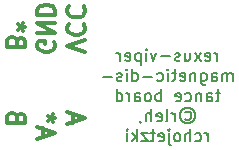
<source format=gbo>
G04 #@! TF.FileFunction,Legend,Bot*
%FSLAX46Y46*%
G04 Gerber Fmt 4.6, Leading zero omitted, Abs format (unit mm)*
G04 Created by KiCad (PCBNEW 4.0.6) date Fri Jul 21 15:48:13 2017*
%MOMM*%
%LPD*%
G01*
G04 APERTURE LIST*
%ADD10C,0.100000*%
%ADD11C,0.300000*%
%ADD12C,0.200000*%
G04 APERTURE END LIST*
D10*
D11*
X62345000Y-46227857D02*
X62416429Y-46370714D01*
X62416429Y-46585000D01*
X62345000Y-46799285D01*
X62202143Y-46942143D01*
X62059286Y-47013571D01*
X61773571Y-47085000D01*
X61559286Y-47085000D01*
X61273571Y-47013571D01*
X61130714Y-46942143D01*
X60987857Y-46799285D01*
X60916429Y-46585000D01*
X60916429Y-46442143D01*
X60987857Y-46227857D01*
X61059286Y-46156428D01*
X61559286Y-46156428D01*
X61559286Y-46442143D01*
X60916429Y-45513571D02*
X62416429Y-45513571D01*
X60916429Y-44656428D01*
X62416429Y-44656428D01*
X60916429Y-43942142D02*
X62416429Y-43942142D01*
X62416429Y-43584999D01*
X62345000Y-43370714D01*
X62202143Y-43227856D01*
X62059286Y-43156428D01*
X61773571Y-43084999D01*
X61559286Y-43084999D01*
X61273571Y-43156428D01*
X61130714Y-43227856D01*
X60987857Y-43370714D01*
X60916429Y-43584999D01*
X60916429Y-43942142D01*
X59162143Y-46184285D02*
X59090714Y-45969999D01*
X59019286Y-45898571D01*
X58876429Y-45827142D01*
X58662143Y-45827142D01*
X58519286Y-45898571D01*
X58447857Y-45969999D01*
X58376429Y-46112857D01*
X58376429Y-46684285D01*
X59876429Y-46684285D01*
X59876429Y-46184285D01*
X59805000Y-46041428D01*
X59733571Y-45969999D01*
X59590714Y-45898571D01*
X59447857Y-45898571D01*
X59305000Y-45969999D01*
X59233571Y-46041428D01*
X59162143Y-46184285D01*
X59162143Y-46684285D01*
X59876429Y-44969999D02*
X59519286Y-44969999D01*
X59662143Y-45327142D02*
X59519286Y-44969999D01*
X59662143Y-44612857D01*
X59233571Y-45184285D02*
X59519286Y-44969999D01*
X59233571Y-44755714D01*
X59162143Y-52597857D02*
X59090714Y-52383571D01*
X59019286Y-52312143D01*
X58876429Y-52240714D01*
X58662143Y-52240714D01*
X58519286Y-52312143D01*
X58447857Y-52383571D01*
X58376429Y-52526429D01*
X58376429Y-53097857D01*
X59876429Y-53097857D01*
X59876429Y-52597857D01*
X59805000Y-52455000D01*
X59733571Y-52383571D01*
X59590714Y-52312143D01*
X59447857Y-52312143D01*
X59305000Y-52383571D01*
X59233571Y-52455000D01*
X59162143Y-52597857D01*
X59162143Y-53097857D01*
X61345000Y-54268571D02*
X61345000Y-53554285D01*
X60916429Y-54411428D02*
X62416429Y-53911428D01*
X60916429Y-53411428D01*
X62416429Y-52697142D02*
X62059286Y-52697142D01*
X62202143Y-53054285D02*
X62059286Y-52697142D01*
X62202143Y-52340000D01*
X61773571Y-52911428D02*
X62059286Y-52697142D01*
X61773571Y-52482857D01*
X63885000Y-53062143D02*
X63885000Y-52347857D01*
X63456429Y-53205000D02*
X64956429Y-52705000D01*
X63456429Y-52205000D01*
X64956429Y-47085000D02*
X63456429Y-46585000D01*
X64956429Y-46085000D01*
X63599286Y-44727857D02*
X63527857Y-44799286D01*
X63456429Y-45013572D01*
X63456429Y-45156429D01*
X63527857Y-45370714D01*
X63670714Y-45513572D01*
X63813571Y-45585000D01*
X64099286Y-45656429D01*
X64313571Y-45656429D01*
X64599286Y-45585000D01*
X64742143Y-45513572D01*
X64885000Y-45370714D01*
X64956429Y-45156429D01*
X64956429Y-45013572D01*
X64885000Y-44799286D01*
X64813571Y-44727857D01*
X63599286Y-43227857D02*
X63527857Y-43299286D01*
X63456429Y-43513572D01*
X63456429Y-43656429D01*
X63527857Y-43870714D01*
X63670714Y-44013572D01*
X63813571Y-44085000D01*
X64099286Y-44156429D01*
X64313571Y-44156429D01*
X64599286Y-44085000D01*
X64742143Y-44013572D01*
X64885000Y-43870714D01*
X64956429Y-43656429D01*
X64956429Y-43513572D01*
X64885000Y-43299286D01*
X64813571Y-43227857D01*
D12*
X76120477Y-47847381D02*
X76120477Y-47180714D01*
X76120477Y-47371190D02*
X76072858Y-47275952D01*
X76025239Y-47228333D01*
X75930001Y-47180714D01*
X75834762Y-47180714D01*
X75120476Y-47799762D02*
X75215714Y-47847381D01*
X75406191Y-47847381D01*
X75501429Y-47799762D01*
X75549048Y-47704524D01*
X75549048Y-47323571D01*
X75501429Y-47228333D01*
X75406191Y-47180714D01*
X75215714Y-47180714D01*
X75120476Y-47228333D01*
X75072857Y-47323571D01*
X75072857Y-47418810D01*
X75549048Y-47514048D01*
X74739524Y-47847381D02*
X74215714Y-47180714D01*
X74739524Y-47180714D02*
X74215714Y-47847381D01*
X73406190Y-47180714D02*
X73406190Y-47847381D01*
X73834762Y-47180714D02*
X73834762Y-47704524D01*
X73787143Y-47799762D01*
X73691905Y-47847381D01*
X73549047Y-47847381D01*
X73453809Y-47799762D01*
X73406190Y-47752143D01*
X72977619Y-47799762D02*
X72882381Y-47847381D01*
X72691905Y-47847381D01*
X72596666Y-47799762D01*
X72549047Y-47704524D01*
X72549047Y-47656905D01*
X72596666Y-47561667D01*
X72691905Y-47514048D01*
X72834762Y-47514048D01*
X72930000Y-47466429D01*
X72977619Y-47371190D01*
X72977619Y-47323571D01*
X72930000Y-47228333D01*
X72834762Y-47180714D01*
X72691905Y-47180714D01*
X72596666Y-47228333D01*
X72120476Y-47466429D02*
X71358571Y-47466429D01*
X70977619Y-47180714D02*
X70739524Y-47847381D01*
X70501428Y-47180714D01*
X70120476Y-47847381D02*
X70120476Y-47180714D01*
X70120476Y-46847381D02*
X70168095Y-46895000D01*
X70120476Y-46942619D01*
X70072857Y-46895000D01*
X70120476Y-46847381D01*
X70120476Y-46942619D01*
X69644286Y-47180714D02*
X69644286Y-48180714D01*
X69644286Y-47228333D02*
X69549048Y-47180714D01*
X69358571Y-47180714D01*
X69263333Y-47228333D01*
X69215714Y-47275952D01*
X69168095Y-47371190D01*
X69168095Y-47656905D01*
X69215714Y-47752143D01*
X69263333Y-47799762D01*
X69358571Y-47847381D01*
X69549048Y-47847381D01*
X69644286Y-47799762D01*
X68358571Y-47799762D02*
X68453809Y-47847381D01*
X68644286Y-47847381D01*
X68739524Y-47799762D01*
X68787143Y-47704524D01*
X68787143Y-47323571D01*
X68739524Y-47228333D01*
X68644286Y-47180714D01*
X68453809Y-47180714D01*
X68358571Y-47228333D01*
X68310952Y-47323571D01*
X68310952Y-47418810D01*
X68787143Y-47514048D01*
X67882381Y-47847381D02*
X67882381Y-47180714D01*
X67882381Y-47371190D02*
X67834762Y-47275952D01*
X67787143Y-47228333D01*
X67691905Y-47180714D01*
X67596666Y-47180714D01*
X77430000Y-49547381D02*
X77430000Y-48880714D01*
X77430000Y-48975952D02*
X77382381Y-48928333D01*
X77287143Y-48880714D01*
X77144285Y-48880714D01*
X77049047Y-48928333D01*
X77001428Y-49023571D01*
X77001428Y-49547381D01*
X77001428Y-49023571D02*
X76953809Y-48928333D01*
X76858571Y-48880714D01*
X76715714Y-48880714D01*
X76620476Y-48928333D01*
X76572857Y-49023571D01*
X76572857Y-49547381D01*
X75668095Y-49547381D02*
X75668095Y-49023571D01*
X75715714Y-48928333D01*
X75810952Y-48880714D01*
X76001429Y-48880714D01*
X76096667Y-48928333D01*
X75668095Y-49499762D02*
X75763333Y-49547381D01*
X76001429Y-49547381D01*
X76096667Y-49499762D01*
X76144286Y-49404524D01*
X76144286Y-49309286D01*
X76096667Y-49214048D01*
X76001429Y-49166429D01*
X75763333Y-49166429D01*
X75668095Y-49118810D01*
X74763333Y-48880714D02*
X74763333Y-49690238D01*
X74810952Y-49785476D01*
X74858571Y-49833095D01*
X74953810Y-49880714D01*
X75096667Y-49880714D01*
X75191905Y-49833095D01*
X74763333Y-49499762D02*
X74858571Y-49547381D01*
X75049048Y-49547381D01*
X75144286Y-49499762D01*
X75191905Y-49452143D01*
X75239524Y-49356905D01*
X75239524Y-49071190D01*
X75191905Y-48975952D01*
X75144286Y-48928333D01*
X75049048Y-48880714D01*
X74858571Y-48880714D01*
X74763333Y-48928333D01*
X74287143Y-48880714D02*
X74287143Y-49547381D01*
X74287143Y-48975952D02*
X74239524Y-48928333D01*
X74144286Y-48880714D01*
X74001428Y-48880714D01*
X73906190Y-48928333D01*
X73858571Y-49023571D01*
X73858571Y-49547381D01*
X73001428Y-49499762D02*
X73096666Y-49547381D01*
X73287143Y-49547381D01*
X73382381Y-49499762D01*
X73430000Y-49404524D01*
X73430000Y-49023571D01*
X73382381Y-48928333D01*
X73287143Y-48880714D01*
X73096666Y-48880714D01*
X73001428Y-48928333D01*
X72953809Y-49023571D01*
X72953809Y-49118810D01*
X73430000Y-49214048D01*
X72668095Y-48880714D02*
X72287143Y-48880714D01*
X72525238Y-48547381D02*
X72525238Y-49404524D01*
X72477619Y-49499762D01*
X72382381Y-49547381D01*
X72287143Y-49547381D01*
X71953809Y-49547381D02*
X71953809Y-48880714D01*
X71953809Y-48547381D02*
X72001428Y-48595000D01*
X71953809Y-48642619D01*
X71906190Y-48595000D01*
X71953809Y-48547381D01*
X71953809Y-48642619D01*
X71049047Y-49499762D02*
X71144285Y-49547381D01*
X71334762Y-49547381D01*
X71430000Y-49499762D01*
X71477619Y-49452143D01*
X71525238Y-49356905D01*
X71525238Y-49071190D01*
X71477619Y-48975952D01*
X71430000Y-48928333D01*
X71334762Y-48880714D01*
X71144285Y-48880714D01*
X71049047Y-48928333D01*
X70620476Y-49166429D02*
X69858571Y-49166429D01*
X68953809Y-49547381D02*
X68953809Y-48547381D01*
X68953809Y-49499762D02*
X69049047Y-49547381D01*
X69239524Y-49547381D01*
X69334762Y-49499762D01*
X69382381Y-49452143D01*
X69430000Y-49356905D01*
X69430000Y-49071190D01*
X69382381Y-48975952D01*
X69334762Y-48928333D01*
X69239524Y-48880714D01*
X69049047Y-48880714D01*
X68953809Y-48928333D01*
X68477619Y-49547381D02*
X68477619Y-48880714D01*
X68477619Y-48547381D02*
X68525238Y-48595000D01*
X68477619Y-48642619D01*
X68430000Y-48595000D01*
X68477619Y-48547381D01*
X68477619Y-48642619D01*
X68049048Y-49499762D02*
X67953810Y-49547381D01*
X67763334Y-49547381D01*
X67668095Y-49499762D01*
X67620476Y-49404524D01*
X67620476Y-49356905D01*
X67668095Y-49261667D01*
X67763334Y-49214048D01*
X67906191Y-49214048D01*
X68001429Y-49166429D01*
X68049048Y-49071190D01*
X68049048Y-49023571D01*
X68001429Y-48928333D01*
X67906191Y-48880714D01*
X67763334Y-48880714D01*
X67668095Y-48928333D01*
X67191905Y-49166429D02*
X66430000Y-49166429D01*
X76382382Y-50580714D02*
X76001430Y-50580714D01*
X76239525Y-50247381D02*
X76239525Y-51104524D01*
X76191906Y-51199762D01*
X76096668Y-51247381D01*
X76001430Y-51247381D01*
X75239524Y-51247381D02*
X75239524Y-50723571D01*
X75287143Y-50628333D01*
X75382381Y-50580714D01*
X75572858Y-50580714D01*
X75668096Y-50628333D01*
X75239524Y-51199762D02*
X75334762Y-51247381D01*
X75572858Y-51247381D01*
X75668096Y-51199762D01*
X75715715Y-51104524D01*
X75715715Y-51009286D01*
X75668096Y-50914048D01*
X75572858Y-50866429D01*
X75334762Y-50866429D01*
X75239524Y-50818810D01*
X74763334Y-50580714D02*
X74763334Y-51247381D01*
X74763334Y-50675952D02*
X74715715Y-50628333D01*
X74620477Y-50580714D01*
X74477619Y-50580714D01*
X74382381Y-50628333D01*
X74334762Y-50723571D01*
X74334762Y-51247381D01*
X73430000Y-51199762D02*
X73525238Y-51247381D01*
X73715715Y-51247381D01*
X73810953Y-51199762D01*
X73858572Y-51152143D01*
X73906191Y-51056905D01*
X73906191Y-50771190D01*
X73858572Y-50675952D01*
X73810953Y-50628333D01*
X73715715Y-50580714D01*
X73525238Y-50580714D01*
X73430000Y-50628333D01*
X72620476Y-51199762D02*
X72715714Y-51247381D01*
X72906191Y-51247381D01*
X73001429Y-51199762D01*
X73049048Y-51104524D01*
X73049048Y-50723571D01*
X73001429Y-50628333D01*
X72906191Y-50580714D01*
X72715714Y-50580714D01*
X72620476Y-50628333D01*
X72572857Y-50723571D01*
X72572857Y-50818810D01*
X73049048Y-50914048D01*
X71382381Y-51247381D02*
X71382381Y-50247381D01*
X71382381Y-50628333D02*
X71287143Y-50580714D01*
X71096666Y-50580714D01*
X71001428Y-50628333D01*
X70953809Y-50675952D01*
X70906190Y-50771190D01*
X70906190Y-51056905D01*
X70953809Y-51152143D01*
X71001428Y-51199762D01*
X71096666Y-51247381D01*
X71287143Y-51247381D01*
X71382381Y-51199762D01*
X70334762Y-51247381D02*
X70430000Y-51199762D01*
X70477619Y-51152143D01*
X70525238Y-51056905D01*
X70525238Y-50771190D01*
X70477619Y-50675952D01*
X70430000Y-50628333D01*
X70334762Y-50580714D01*
X70191904Y-50580714D01*
X70096666Y-50628333D01*
X70049047Y-50675952D01*
X70001428Y-50771190D01*
X70001428Y-51056905D01*
X70049047Y-51152143D01*
X70096666Y-51199762D01*
X70191904Y-51247381D01*
X70334762Y-51247381D01*
X69144285Y-51247381D02*
X69144285Y-50723571D01*
X69191904Y-50628333D01*
X69287142Y-50580714D01*
X69477619Y-50580714D01*
X69572857Y-50628333D01*
X69144285Y-51199762D02*
X69239523Y-51247381D01*
X69477619Y-51247381D01*
X69572857Y-51199762D01*
X69620476Y-51104524D01*
X69620476Y-51009286D01*
X69572857Y-50914048D01*
X69477619Y-50866429D01*
X69239523Y-50866429D01*
X69144285Y-50818810D01*
X68668095Y-51247381D02*
X68668095Y-50580714D01*
X68668095Y-50771190D02*
X68620476Y-50675952D01*
X68572857Y-50628333D01*
X68477619Y-50580714D01*
X68382380Y-50580714D01*
X67620475Y-51247381D02*
X67620475Y-50247381D01*
X67620475Y-51199762D02*
X67715713Y-51247381D01*
X67906190Y-51247381D01*
X68001428Y-51199762D01*
X68049047Y-51152143D01*
X68096666Y-51056905D01*
X68096666Y-50771190D01*
X68049047Y-50675952D01*
X68001428Y-50628333D01*
X67906190Y-50580714D01*
X67715713Y-50580714D01*
X67620475Y-50628333D01*
X73430000Y-52185476D02*
X73525238Y-52137857D01*
X73715714Y-52137857D01*
X73810952Y-52185476D01*
X73906190Y-52280714D01*
X73953809Y-52375952D01*
X73953809Y-52566429D01*
X73906190Y-52661667D01*
X73810952Y-52756905D01*
X73715714Y-52804524D01*
X73525238Y-52804524D01*
X73430000Y-52756905D01*
X73620476Y-51804524D02*
X73858571Y-51852143D01*
X74096667Y-51995000D01*
X74239524Y-52233095D01*
X74287143Y-52471190D01*
X74239524Y-52709286D01*
X74096667Y-52947381D01*
X73858571Y-53090238D01*
X73620476Y-53137857D01*
X73382381Y-53090238D01*
X73144286Y-52947381D01*
X73001429Y-52709286D01*
X72953809Y-52471190D01*
X73001429Y-52233095D01*
X73144286Y-51995000D01*
X73382381Y-51852143D01*
X73620476Y-51804524D01*
X72525238Y-52947381D02*
X72525238Y-52280714D01*
X72525238Y-52471190D02*
X72477619Y-52375952D01*
X72430000Y-52328333D01*
X72334762Y-52280714D01*
X72239523Y-52280714D01*
X71763333Y-52947381D02*
X71858571Y-52899762D01*
X71906190Y-52804524D01*
X71906190Y-51947381D01*
X71001427Y-52899762D02*
X71096665Y-52947381D01*
X71287142Y-52947381D01*
X71382380Y-52899762D01*
X71429999Y-52804524D01*
X71429999Y-52423571D01*
X71382380Y-52328333D01*
X71287142Y-52280714D01*
X71096665Y-52280714D01*
X71001427Y-52328333D01*
X70953808Y-52423571D01*
X70953808Y-52518810D01*
X71429999Y-52614048D01*
X70525237Y-52947381D02*
X70525237Y-51947381D01*
X70096665Y-52947381D02*
X70096665Y-52423571D01*
X70144284Y-52328333D01*
X70239522Y-52280714D01*
X70382380Y-52280714D01*
X70477618Y-52328333D01*
X70525237Y-52375952D01*
X69572856Y-52899762D02*
X69572856Y-52947381D01*
X69620475Y-53042619D01*
X69668094Y-53090238D01*
X75334762Y-54647381D02*
X75334762Y-53980714D01*
X75334762Y-54171190D02*
X75287143Y-54075952D01*
X75239524Y-54028333D01*
X75144286Y-53980714D01*
X75049047Y-53980714D01*
X74287142Y-54599762D02*
X74382380Y-54647381D01*
X74572857Y-54647381D01*
X74668095Y-54599762D01*
X74715714Y-54552143D01*
X74763333Y-54456905D01*
X74763333Y-54171190D01*
X74715714Y-54075952D01*
X74668095Y-54028333D01*
X74572857Y-53980714D01*
X74382380Y-53980714D01*
X74287142Y-54028333D01*
X73858571Y-54647381D02*
X73858571Y-53647381D01*
X73429999Y-54647381D02*
X73429999Y-54123571D01*
X73477618Y-54028333D01*
X73572856Y-53980714D01*
X73715714Y-53980714D01*
X73810952Y-54028333D01*
X73858571Y-54075952D01*
X72810952Y-54647381D02*
X72906190Y-54599762D01*
X72953809Y-54552143D01*
X73001428Y-54456905D01*
X73001428Y-54171190D01*
X72953809Y-54075952D01*
X72906190Y-54028333D01*
X72810952Y-53980714D01*
X72668094Y-53980714D01*
X72572856Y-54028333D01*
X72525237Y-54075952D01*
X72477618Y-54171190D01*
X72477618Y-54456905D01*
X72525237Y-54552143D01*
X72572856Y-54599762D01*
X72668094Y-54647381D01*
X72810952Y-54647381D01*
X72049047Y-53980714D02*
X72049047Y-54837857D01*
X72096666Y-54933095D01*
X72191904Y-54980714D01*
X72239523Y-54980714D01*
X72049047Y-53647381D02*
X72096666Y-53695000D01*
X72049047Y-53742619D01*
X72001428Y-53695000D01*
X72049047Y-53647381D01*
X72049047Y-53742619D01*
X71191904Y-54599762D02*
X71287142Y-54647381D01*
X71477619Y-54647381D01*
X71572857Y-54599762D01*
X71620476Y-54504524D01*
X71620476Y-54123571D01*
X71572857Y-54028333D01*
X71477619Y-53980714D01*
X71287142Y-53980714D01*
X71191904Y-54028333D01*
X71144285Y-54123571D01*
X71144285Y-54218810D01*
X71620476Y-54314048D01*
X70858571Y-53980714D02*
X70477619Y-53980714D01*
X70715714Y-53647381D02*
X70715714Y-54504524D01*
X70668095Y-54599762D01*
X70572857Y-54647381D01*
X70477619Y-54647381D01*
X70239523Y-53980714D02*
X69715713Y-53980714D01*
X70239523Y-54647381D01*
X69715713Y-54647381D01*
X69334761Y-54647381D02*
X69334761Y-53647381D01*
X69239523Y-54266429D02*
X68953808Y-54647381D01*
X68953808Y-53980714D02*
X69334761Y-54361667D01*
X68525237Y-54647381D02*
X68525237Y-53980714D01*
X68525237Y-53647381D02*
X68572856Y-53695000D01*
X68525237Y-53742619D01*
X68477618Y-53695000D01*
X68525237Y-53647381D01*
X68525237Y-53742619D01*
M02*

</source>
